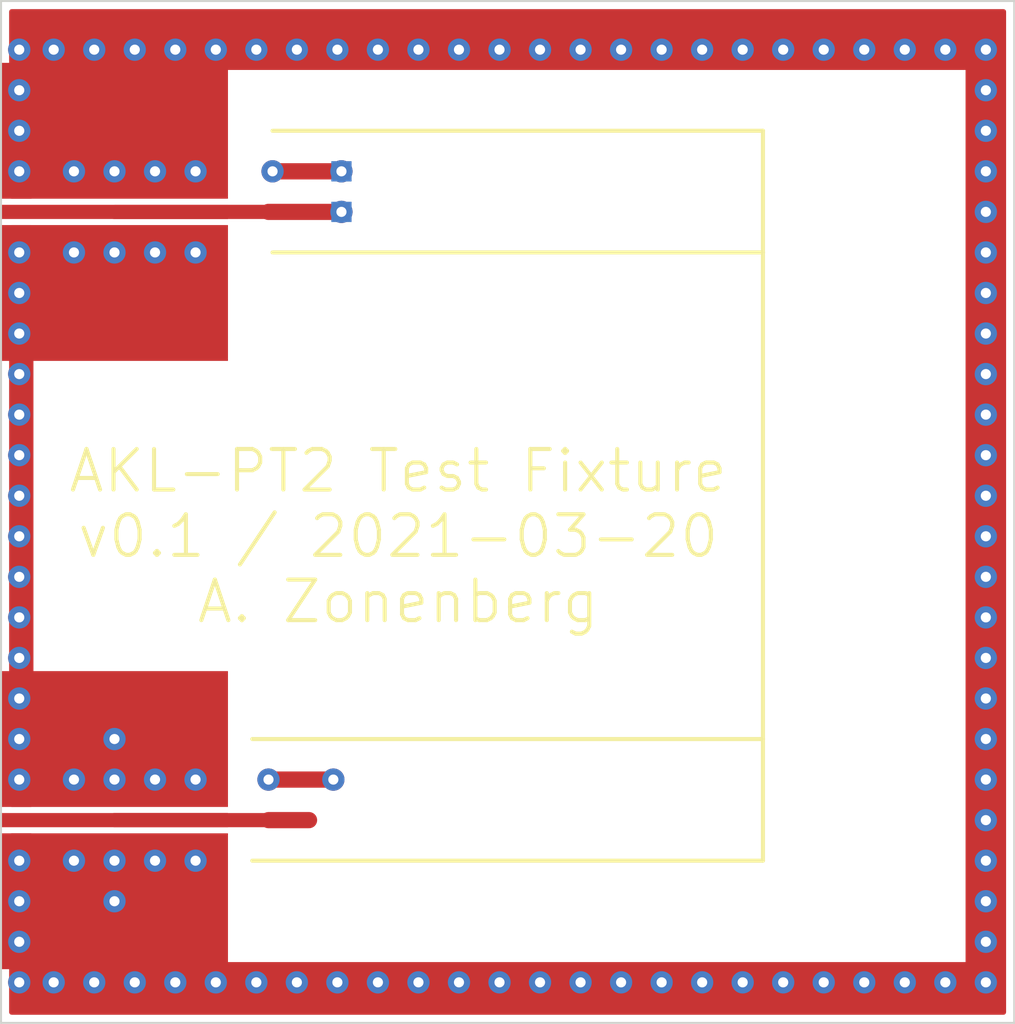
<source format=kicad_pcb>
(kicad_pcb (version 20171130) (host pcbnew "(5.1.4)")

  (general
    (thickness 1.6)
    (drawings 10)
    (tracks 241)
    (zones 0)
    (modules 3)
    (nets 4)
  )

  (page A4)
  (layers
    (0 F.Cu signal)
    (1 In1.Cu signal)
    (2 In2.Cu signal)
    (31 B.Cu signal)
    (32 B.Adhes user)
    (33 F.Adhes user)
    (34 B.Paste user)
    (35 F.Paste user)
    (36 B.SilkS user)
    (37 F.SilkS user)
    (38 B.Mask user)
    (39 F.Mask user)
    (40 Dwgs.User user)
    (41 Cmts.User user)
    (42 Eco1.User user)
    (43 Eco2.User user)
    (44 Edge.Cuts user)
    (45 Margin user)
    (46 B.CrtYd user)
    (47 F.CrtYd user)
    (48 B.Fab user)
    (49 F.Fab user)
  )

  (setup
    (last_trace_width 0.4)
    (user_trace_width 0.35)
    (user_trace_width 0.4)
    (trace_clearance 0.15)
    (zone_clearance 0.125)
    (zone_45_only no)
    (trace_min 0.125)
    (via_size 0.55)
    (via_drill 0.25)
    (via_min_size 0.55)
    (via_min_drill 0.25)
    (user_via 0.55 0.25)
    (uvia_size 0.3)
    (uvia_drill 0.1)
    (uvias_allowed no)
    (uvia_min_size 0.2)
    (uvia_min_drill 0.1)
    (edge_width 0.05)
    (segment_width 0.2)
    (pcb_text_width 0.3)
    (pcb_text_size 1.5 1.5)
    (mod_edge_width 0.1)
    (mod_text_size 1 1)
    (mod_text_width 0.1)
    (pad_size 5.6 3.35)
    (pad_drill 0)
    (pad_to_mask_clearance 0.051)
    (solder_mask_min_width 0.25)
    (aux_axis_origin 0 0)
    (visible_elements FFFFFF7F)
    (pcbplotparams
      (layerselection 0x010fc_ffffffff)
      (usegerberextensions false)
      (usegerberattributes false)
      (usegerberadvancedattributes false)
      (creategerberjobfile false)
      (excludeedgelayer true)
      (linewidth 0.100000)
      (plotframeref false)
      (viasonmask false)
      (mode 1)
      (useauxorigin false)
      (hpglpennumber 1)
      (hpglpenspeed 20)
      (hpglpendiameter 15.000000)
      (psnegative false)
      (psa4output false)
      (plotreference true)
      (plotvalue true)
      (plotinvisibletext false)
      (padsonsilk false)
      (subtractmaskfromsilk false)
      (outputformat 1)
      (mirror false)
      (drillshape 0)
      (scaleselection 1)
      (outputdirectory "output/"))
  )

  (net 0 "")
  (net 1 /GND)
  (net 2 /SIG_TERM)
  (net 3 /SIG_UNTERM)

  (net_class Default "This is the default net class."
    (clearance 0.15)
    (trace_width 0.125)
    (via_dia 0.55)
    (via_drill 0.25)
    (uvia_dia 0.3)
    (uvia_drill 0.1)
    (add_net /GND)
    (add_net /SIG_TERM)
    (add_net /SIG_UNTERM)
  )

  (module azonenberg_pcb:EIA_0402_RES_NOSILK_FLIPCHIP (layer B.Cu) (tedit 600C4855) (tstamp 60565D32)
    (at 37.6 36.5 90)
    (path /60565D97)
    (solder_paste_margin -0.06)
    (fp_text reference R1 (at 0 -1.5 90) (layer B.SilkS) hide
      (effects (font (size 1 1) (thickness 0.15)) (justify mirror))
    )
    (fp_text value FC0402E50R0BTT0 (at 0 -3.5 90) (layer B.SilkS) hide
      (effects (font (size 1 1) (thickness 0.15)) (justify mirror))
    )
    (pad 1 smd rect (at -0.5 0 90) (size 0.5 0.5) (layers B.Cu B.Paste B.Mask)
      (net 2 /SIG_TERM))
    (pad 2 smd rect (at 0.5 0 90) (size 0.5 0.5) (layers B.Cu B.Paste B.Mask)
      (net 1 /GND))
    (model :walter:smd_resistors/r_0402.wrl
      (at (xyz 0 0 0))
      (scale (xyz 1 1 1))
      (rotate (xyz 0 0 0))
    )
  )

  (module azonenberg_pcb:CONN_SMA_EDGE_AMPHENOL_901_10511_3 (layer F.Cu) (tedit 605658BB) (tstamp 60565D2C)
    (at 32 52)
    (path /60566584)
    (fp_text reference J2 (at 0 6.1) (layer F.SilkS) hide
      (effects (font (size 1 1) (thickness 0.15)))
    )
    (fp_text value 901-10511-3 (at 0 7.5) (layer F.Fab) hide
      (effects (font (size 1 1) (thickness 0.15)))
    )
    (fp_line (start -2.8 -3.65) (end -2.8 3.65) (layer Dwgs.User) (width 0.05))
    (pad ~ smd rect (at -2.05 0) (size 1.5 0.3) (layers F.Paste))
    (pad 2 smd rect (at 0 2) (size 5.6 3.35) (layers F.Cu F.Paste F.Mask)
      (net 1 /GND))
    (pad 2 smd rect (at 0 -2) (size 5.6 3.35) (layers F.Cu F.Paste F.Mask)
      (net 1 /GND))
    (pad 1 smd rect (at 0 0) (size 5.6 0.35) (layers F.Cu F.Mask)
      (net 3 /SIG_UNTERM))
    (model :datasheets:Amphenol/SMA/901-10511-3.step
      (offset (xyz -12 0 0))
      (scale (xyz 1 1 1))
      (rotate (xyz 90 0 0))
    )
  )

  (module azonenberg_pcb:CONN_SMA_EDGE_AMPHENOL_901_10511_3 (layer F.Cu) (tedit 60565895) (tstamp 60565D23)
    (at 32 37)
    (path /6056562C)
    (fp_text reference J1 (at 0 6.1) (layer F.SilkS) hide
      (effects (font (size 1 1) (thickness 0.15)))
    )
    (fp_text value 901-10511-3 (at 0 7.5) (layer F.Fab) hide
      (effects (font (size 1 1) (thickness 0.15)))
    )
    (fp_line (start -2.8 -3.65) (end -2.8 3.65) (layer Dwgs.User) (width 0.05))
    (pad ~ smd rect (at -2.05 0) (size 1.5 0.3) (layers F.Paste))
    (pad 2 smd rect (at 0 2) (size 5.6 3.35) (layers F.Cu F.Paste F.Mask)
      (net 1 /GND))
    (pad 2 smd rect (at 0 -2) (size 5.6 3.35) (layers F.Cu F.Paste F.Mask)
      (net 1 /GND))
    (pad 1 smd rect (at 0 0) (size 5.6 0.35) (layers F.Cu F.Mask)
      (net 2 /SIG_TERM))
    (model :datasheets:Amphenol/SMA/901-10511-3.step
      (offset (xyz -12 0 0))
      (scale (xyz 1 1 1))
      (rotate (xyz 90 0 0))
    )
  )

  (gr_text "AKL-PT2 Test Fixture\nv0.1 / 2021-03-20\nA. Zonenberg" (at 39 45) (layer F.SilkS)
    (effects (font (size 1 1) (thickness 0.1)))
  )
  (gr_line (start 48 35) (end 48 53) (layer F.SilkS) (width 0.1))
  (gr_line (start 35.4 53) (end 48 53) (layer F.SilkS) (width 0.1))
  (gr_line (start 35.4 50) (end 48 50) (layer F.SilkS) (width 0.1))
  (gr_line (start 35.9 38) (end 48 38) (layer F.SilkS) (width 0.1))
  (gr_line (start 48 35) (end 35.9 35) (layer F.SilkS) (width 0.1))
  (gr_line (start 54.2 31.8) (end 29.2 31.8) (layer Edge.Cuts) (width 0.05) (tstamp 605660D8))
  (gr_line (start 54.2 57) (end 54.2 31.8) (layer Edge.Cuts) (width 0.05))
  (gr_line (start 29.2 57) (end 54.2 57) (layer Edge.Cuts) (width 0.05))
  (gr_line (start 29.2 31.8) (end 29.2 57) (layer Edge.Cuts) (width 0.05))

  (segment (start 32 35) (end 32 39) (width 0.4) (layer In1.Cu) (net 1))
  (via (at 32 50) (size 0.55) (drill 0.25) (layers F.Cu B.Cu) (net 1))
  (segment (start 32 39) (end 32 50) (width 0.4) (layer In1.Cu) (net 1))
  (via (at 32 54) (size 0.55) (drill 0.25) (layers F.Cu B.Cu) (net 1))
  (via (at 35.8 51) (size 0.55) (drill 0.25) (layers F.Cu B.Cu) (net 1))
  (segment (start 35.8 50.6) (end 35.8 51) (width 0.4) (layer In1.Cu) (net 1))
  (segment (start 32 50) (end 35.2 50) (width 0.4) (layer In1.Cu) (net 1))
  (segment (start 35.2 50) (end 35.8 50.6) (width 0.4) (layer In1.Cu) (net 1))
  (via (at 37.4 51) (size 0.55) (drill 0.25) (layers F.Cu B.Cu) (net 1))
  (segment (start 35.8 51) (end 37.4 51) (width 0.4) (layer F.Cu) (net 1))
  (via (at 37.6 36) (size 0.55) (drill 0.25) (layers F.Cu B.Cu) (net 1))
  (via (at 35.9 36) (size 0.55) (drill 0.25) (layers F.Cu B.Cu) (net 1))
  (segment (start 37.6 36) (end 35.9 36) (width 0.4) (layer F.Cu) (net 1))
  (segment (start 33 36) (end 32 35) (width 0.4) (layer In1.Cu) (net 1))
  (segment (start 35.9 36) (end 33 36) (width 0.4) (layer In1.Cu) (net 1))
  (via (at 29.65 35) (size 0.55) (drill 0.25) (layers F.Cu B.Cu) (net 1))
  (segment (start 32 35) (end 29.65 35) (width 0.125) (layer In1.Cu) (net 1))
  (via (at 29.65 36) (size 0.55) (drill 0.25) (layers F.Cu B.Cu) (net 1))
  (segment (start 29.65 35) (end 29.65 36) (width 0.125) (layer F.Cu) (net 1))
  (via (at 29.65 38) (size 0.55) (drill 0.25) (layers F.Cu B.Cu) (net 1))
  (segment (start 29.65 36) (end 29.65 38) (width 0.125) (layer In1.Cu) (net 1))
  (via (at 29.65 39) (size 0.55) (drill 0.25) (layers F.Cu B.Cu) (net 1))
  (segment (start 29.65 38) (end 29.65 39) (width 0.125) (layer F.Cu) (net 1))
  (via (at 29.65 40) (size 0.55) (drill 0.25) (layers F.Cu B.Cu) (net 1))
  (segment (start 29.65 39) (end 29.65 40) (width 0.125) (layer In1.Cu) (net 1))
  (via (at 29.65 41) (size 0.55) (drill 0.25) (layers F.Cu B.Cu) (net 1))
  (segment (start 29.65 40) (end 29.65 41) (width 0.125) (layer F.Cu) (net 1))
  (via (at 29.65 42) (size 0.55) (drill 0.25) (layers F.Cu B.Cu) (net 1))
  (segment (start 29.65 41) (end 29.65 42) (width 0.125) (layer In1.Cu) (net 1))
  (via (at 29.65 43) (size 0.55) (drill 0.25) (layers F.Cu B.Cu) (net 1))
  (segment (start 29.65 42) (end 29.65 43) (width 0.125) (layer F.Cu) (net 1))
  (via (at 29.65 44) (size 0.55) (drill 0.25) (layers F.Cu B.Cu) (net 1))
  (segment (start 29.65 43) (end 29.65 44) (width 0.125) (layer In1.Cu) (net 1))
  (via (at 29.65 45) (size 0.55) (drill 0.25) (layers F.Cu B.Cu) (net 1))
  (segment (start 29.65 44) (end 29.65 45) (width 0.125) (layer F.Cu) (net 1))
  (via (at 29.65 46) (size 0.55) (drill 0.25) (layers F.Cu B.Cu) (net 1))
  (segment (start 29.65 45) (end 29.65 46) (width 0.125) (layer In1.Cu) (net 1))
  (via (at 29.65 47) (size 0.55) (drill 0.25) (layers F.Cu B.Cu) (net 1))
  (segment (start 29.65 46) (end 29.65 47) (width 0.125) (layer F.Cu) (net 1))
  (via (at 29.65 48) (size 0.55) (drill 0.25) (layers F.Cu B.Cu) (net 1))
  (segment (start 29.65 47) (end 29.65 48) (width 0.125) (layer In1.Cu) (net 1))
  (via (at 29.65 49) (size 0.55) (drill 0.25) (layers F.Cu B.Cu) (net 1))
  (segment (start 29.65 48) (end 29.65 49) (width 0.125) (layer F.Cu) (net 1))
  (via (at 29.65 50) (size 0.55) (drill 0.25) (layers F.Cu B.Cu) (net 1))
  (segment (start 29.65 49) (end 29.65 50) (width 0.125) (layer In1.Cu) (net 1))
  (via (at 29.65 51) (size 0.55) (drill 0.25) (layers F.Cu B.Cu) (net 1))
  (segment (start 29.65 50) (end 29.65 51) (width 0.125) (layer F.Cu) (net 1))
  (via (at 29.65 53) (size 0.55) (drill 0.25) (layers F.Cu B.Cu) (net 1))
  (segment (start 29.65 51) (end 29.65 53) (width 0.125) (layer In1.Cu) (net 1))
  (via (at 29.65 54) (size 0.55) (drill 0.25) (layers F.Cu B.Cu) (net 1))
  (segment (start 29.65 53) (end 29.65 54) (width 0.125) (layer F.Cu) (net 1))
  (via (at 29.65 55) (size 0.55) (drill 0.25) (layers F.Cu B.Cu) (net 1))
  (segment (start 29.65 54) (end 29.65 55) (width 0.125) (layer In1.Cu) (net 1))
  (via (at 29.65 56) (size 0.55) (drill 0.25) (layers F.Cu B.Cu) (net 1))
  (segment (start 29.65 55) (end 29.65 56) (width 0.125) (layer F.Cu) (net 1))
  (via (at 30.5 56) (size 0.55) (drill 0.25) (layers F.Cu B.Cu) (net 1))
  (segment (start 29.65 56) (end 30.5 56) (width 0.125) (layer In1.Cu) (net 1))
  (via (at 31.5 56) (size 0.55) (drill 0.25) (layers F.Cu B.Cu) (net 1))
  (segment (start 30.5 56) (end 31.5 56) (width 0.125) (layer F.Cu) (net 1))
  (via (at 32.5 56) (size 0.55) (drill 0.25) (layers F.Cu B.Cu) (net 1))
  (segment (start 31.5 56) (end 32.5 56) (width 0.125) (layer In1.Cu) (net 1))
  (via (at 33.5 56) (size 0.55) (drill 0.25) (layers F.Cu B.Cu) (net 1))
  (segment (start 32.5 56) (end 33.5 56) (width 0.125) (layer F.Cu) (net 1))
  (via (at 34.5 56) (size 0.55) (drill 0.25) (layers F.Cu B.Cu) (net 1))
  (segment (start 33.5 56) (end 34.5 56) (width 0.125) (layer In1.Cu) (net 1))
  (via (at 35.5 56) (size 0.55) (drill 0.25) (layers F.Cu B.Cu) (net 1))
  (segment (start 34.5 56) (end 35.5 56) (width 0.125) (layer F.Cu) (net 1))
  (via (at 36.5 56) (size 0.55) (drill 0.25) (layers F.Cu B.Cu) (net 1))
  (segment (start 35.5 56) (end 36.5 56) (width 0.125) (layer In1.Cu) (net 1))
  (via (at 37.5 56) (size 0.55) (drill 0.25) (layers F.Cu B.Cu) (net 1))
  (segment (start 36.5 56) (end 37.5 56) (width 0.125) (layer F.Cu) (net 1))
  (via (at 38.5 56) (size 0.55) (drill 0.25) (layers F.Cu B.Cu) (net 1))
  (segment (start 37.5 56) (end 38.5 56) (width 0.125) (layer In1.Cu) (net 1))
  (via (at 39.5 56) (size 0.55) (drill 0.25) (layers F.Cu B.Cu) (net 1))
  (segment (start 38.5 56) (end 39.5 56) (width 0.125) (layer F.Cu) (net 1))
  (via (at 40.5 56) (size 0.55) (drill 0.25) (layers F.Cu B.Cu) (net 1))
  (segment (start 39.5 56) (end 40.5 56) (width 0.125) (layer In1.Cu) (net 1))
  (via (at 41.5 56) (size 0.55) (drill 0.25) (layers F.Cu B.Cu) (net 1))
  (segment (start 40.5 56) (end 41.5 56) (width 0.125) (layer F.Cu) (net 1))
  (via (at 42.5 56) (size 0.55) (drill 0.25) (layers F.Cu B.Cu) (net 1))
  (segment (start 41.5 56) (end 42.5 56) (width 0.125) (layer In1.Cu) (net 1))
  (via (at 43.5 56) (size 0.55) (drill 0.25) (layers F.Cu B.Cu) (net 1))
  (segment (start 42.5 56) (end 43.5 56) (width 0.125) (layer F.Cu) (net 1))
  (via (at 44.5 56) (size 0.55) (drill 0.25) (layers F.Cu B.Cu) (net 1))
  (segment (start 43.5 56) (end 44.5 56) (width 0.125) (layer In1.Cu) (net 1))
  (via (at 45.5 56) (size 0.55) (drill 0.25) (layers F.Cu B.Cu) (net 1))
  (segment (start 44.5 56) (end 45.5 56) (width 0.125) (layer F.Cu) (net 1))
  (via (at 46.5 56) (size 0.55) (drill 0.25) (layers F.Cu B.Cu) (net 1))
  (segment (start 45.5 56) (end 46.5 56) (width 0.125) (layer In1.Cu) (net 1))
  (via (at 47.5 56) (size 0.55) (drill 0.25) (layers F.Cu B.Cu) (net 1))
  (segment (start 46.5 56) (end 47.5 56) (width 0.125) (layer F.Cu) (net 1))
  (via (at 48.5 56) (size 0.55) (drill 0.25) (layers F.Cu B.Cu) (net 1))
  (segment (start 47.5 56) (end 48.5 56) (width 0.125) (layer In1.Cu) (net 1))
  (via (at 49.5 56) (size 0.55) (drill 0.25) (layers F.Cu B.Cu) (net 1))
  (segment (start 48.5 56) (end 49.5 56) (width 0.125) (layer F.Cu) (net 1))
  (via (at 50.5 56) (size 0.55) (drill 0.25) (layers F.Cu B.Cu) (net 1))
  (segment (start 49.5 56) (end 50.5 56) (width 0.125) (layer In1.Cu) (net 1))
  (via (at 51.5 56) (size 0.55) (drill 0.25) (layers F.Cu B.Cu) (net 1))
  (segment (start 50.5 56) (end 51.5 56) (width 0.125) (layer F.Cu) (net 1))
  (via (at 52.5 56) (size 0.55) (drill 0.25) (layers F.Cu B.Cu) (net 1))
  (segment (start 51.5 56) (end 52.5 56) (width 0.125) (layer In1.Cu) (net 1))
  (via (at 53.5 56) (size 0.55) (drill 0.25) (layers F.Cu B.Cu) (net 1))
  (segment (start 52.5 56) (end 53.5 56) (width 0.125) (layer F.Cu) (net 1))
  (via (at 53.5 55) (size 0.55) (drill 0.25) (layers F.Cu B.Cu) (net 1))
  (segment (start 53.5 56) (end 53.5 55) (width 0.125) (layer In1.Cu) (net 1))
  (via (at 53.5 54) (size 0.55) (drill 0.25) (layers F.Cu B.Cu) (net 1))
  (segment (start 53.5 55) (end 53.5 54) (width 0.125) (layer F.Cu) (net 1))
  (via (at 53.5 53) (size 0.55) (drill 0.25) (layers F.Cu B.Cu) (net 1))
  (segment (start 53.5 54) (end 53.5 53) (width 0.125) (layer In1.Cu) (net 1))
  (via (at 53.5 52) (size 0.55) (drill 0.25) (layers F.Cu B.Cu) (net 1))
  (segment (start 53.5 53) (end 53.5 52) (width 0.125) (layer F.Cu) (net 1))
  (via (at 53.5 51) (size 0.55) (drill 0.25) (layers F.Cu B.Cu) (net 1))
  (segment (start 53.5 52) (end 53.5 51) (width 0.125) (layer In1.Cu) (net 1))
  (via (at 53.5 50) (size 0.55) (drill 0.25) (layers F.Cu B.Cu) (net 1))
  (segment (start 53.5 51) (end 53.5 50) (width 0.125) (layer F.Cu) (net 1))
  (via (at 53.5 49) (size 0.55) (drill 0.25) (layers F.Cu B.Cu) (net 1))
  (segment (start 53.5 50) (end 53.5 49) (width 0.125) (layer In1.Cu) (net 1))
  (via (at 53.5 48) (size 0.55) (drill 0.25) (layers F.Cu B.Cu) (net 1))
  (segment (start 53.5 49) (end 53.5 48) (width 0.125) (layer F.Cu) (net 1))
  (via (at 53.5 47) (size 0.55) (drill 0.25) (layers F.Cu B.Cu) (net 1))
  (segment (start 53.5 48) (end 53.5 47) (width 0.125) (layer In1.Cu) (net 1))
  (via (at 53.5 46) (size 0.55) (drill 0.25) (layers F.Cu B.Cu) (net 1))
  (segment (start 53.5 47) (end 53.5 46) (width 0.125) (layer F.Cu) (net 1))
  (via (at 53.5 45) (size 0.55) (drill 0.25) (layers F.Cu B.Cu) (net 1))
  (segment (start 53.5 46) (end 53.5 45) (width 0.125) (layer F.Cu) (net 1))
  (via (at 53.5 44) (size 0.55) (drill 0.25) (layers F.Cu B.Cu) (net 1))
  (segment (start 53.5 45) (end 53.5 44) (width 0.125) (layer In1.Cu) (net 1))
  (via (at 53.5 43) (size 0.55) (drill 0.25) (layers F.Cu B.Cu) (net 1))
  (segment (start 53.5 44) (end 53.5 43) (width 0.125) (layer F.Cu) (net 1))
  (via (at 53.5 42) (size 0.55) (drill 0.25) (layers F.Cu B.Cu) (net 1))
  (segment (start 53.5 43) (end 53.5 42) (width 0.125) (layer F.Cu) (net 1))
  (via (at 53.5 41) (size 0.55) (drill 0.25) (layers F.Cu B.Cu) (net 1))
  (segment (start 53.5 42) (end 53.5 41) (width 0.125) (layer In1.Cu) (net 1))
  (via (at 53.5 40) (size 0.55) (drill 0.25) (layers F.Cu B.Cu) (net 1))
  (segment (start 53.5 41) (end 53.5 40) (width 0.125) (layer F.Cu) (net 1))
  (via (at 53.5 39) (size 0.55) (drill 0.25) (layers F.Cu B.Cu) (net 1))
  (segment (start 53.5 40) (end 53.5 39) (width 0.125) (layer In1.Cu) (net 1))
  (via (at 53.5 38) (size 0.55) (drill 0.25) (layers F.Cu B.Cu) (net 1))
  (segment (start 53.5 39) (end 53.5 38) (width 0.125) (layer F.Cu) (net 1))
  (via (at 53.5 37) (size 0.55) (drill 0.25) (layers F.Cu B.Cu) (net 1))
  (segment (start 53.5 38) (end 53.5 37) (width 0.125) (layer In1.Cu) (net 1))
  (via (at 53.5 36) (size 0.55) (drill 0.25) (layers F.Cu B.Cu) (net 1))
  (segment (start 53.5 37) (end 53.5 36) (width 0.125) (layer F.Cu) (net 1))
  (via (at 53.5 35) (size 0.55) (drill 0.25) (layers F.Cu B.Cu) (net 1))
  (segment (start 53.5 36) (end 53.5 35) (width 0.125) (layer In1.Cu) (net 1))
  (via (at 53.5 34) (size 0.55) (drill 0.25) (layers F.Cu B.Cu) (net 1))
  (segment (start 53.5 35) (end 53.5 34) (width 0.125) (layer F.Cu) (net 1))
  (via (at 53.5 33) (size 0.55) (drill 0.25) (layers F.Cu B.Cu) (net 1))
  (segment (start 53.5 34) (end 53.5 33) (width 0.125) (layer In1.Cu) (net 1))
  (via (at 52.5 33) (size 0.55) (drill 0.25) (layers F.Cu B.Cu) (net 1))
  (segment (start 53.5 33) (end 52.5 33) (width 0.125) (layer F.Cu) (net 1))
  (via (at 51.5 33) (size 0.55) (drill 0.25) (layers F.Cu B.Cu) (net 1))
  (segment (start 52.5 33) (end 51.5 33) (width 0.125) (layer In1.Cu) (net 1))
  (via (at 50.5 33) (size 0.55) (drill 0.25) (layers F.Cu B.Cu) (net 1))
  (segment (start 51.5 33) (end 50.5 33) (width 0.125) (layer F.Cu) (net 1))
  (via (at 49.5 33) (size 0.55) (drill 0.25) (layers F.Cu B.Cu) (net 1))
  (segment (start 50.5 33) (end 49.5 33) (width 0.125) (layer In1.Cu) (net 1))
  (via (at 48.5 33) (size 0.55) (drill 0.25) (layers F.Cu B.Cu) (net 1))
  (segment (start 49.5 33) (end 48.5 33) (width 0.125) (layer F.Cu) (net 1))
  (via (at 47.5 33) (size 0.55) (drill 0.25) (layers F.Cu B.Cu) (net 1))
  (segment (start 48.5 33) (end 47.5 33) (width 0.125) (layer In1.Cu) (net 1))
  (via (at 46.5 33) (size 0.55) (drill 0.25) (layers F.Cu B.Cu) (net 1))
  (segment (start 47.5 33) (end 46.5 33) (width 0.125) (layer F.Cu) (net 1))
  (via (at 45.5 33) (size 0.55) (drill 0.25) (layers F.Cu B.Cu) (net 1))
  (segment (start 46.5 33) (end 45.5 33) (width 0.125) (layer In1.Cu) (net 1))
  (via (at 44.5 33) (size 0.55) (drill 0.25) (layers F.Cu B.Cu) (net 1))
  (segment (start 45.5 33) (end 44.5 33) (width 0.125) (layer F.Cu) (net 1))
  (via (at 43.5 33) (size 0.55) (drill 0.25) (layers F.Cu B.Cu) (net 1))
  (segment (start 44.5 33) (end 43.5 33) (width 0.125) (layer In1.Cu) (net 1))
  (via (at 42.5 33) (size 0.55) (drill 0.25) (layers F.Cu B.Cu) (net 1))
  (segment (start 43.5 33) (end 42.5 33) (width 0.125) (layer F.Cu) (net 1))
  (via (at 41.5 33) (size 0.55) (drill 0.25) (layers F.Cu B.Cu) (net 1))
  (segment (start 42.5 33) (end 41.5 33) (width 0.125) (layer In1.Cu) (net 1))
  (via (at 40.5 33) (size 0.55) (drill 0.25) (layers F.Cu B.Cu) (net 1))
  (segment (start 41.5 33) (end 40.5 33) (width 0.125) (layer F.Cu) (net 1))
  (via (at 39.5 33) (size 0.55) (drill 0.25) (layers F.Cu B.Cu) (net 1))
  (segment (start 40.5 33) (end 39.5 33) (width 0.125) (layer In1.Cu) (net 1))
  (via (at 38.5 33) (size 0.55) (drill 0.25) (layers F.Cu B.Cu) (net 1))
  (segment (start 39.5 33) (end 38.5 33) (width 0.125) (layer F.Cu) (net 1))
  (via (at 37.5 33) (size 0.55) (drill 0.25) (layers F.Cu B.Cu) (net 1))
  (segment (start 38.5 33) (end 37.5 33) (width 0.125) (layer In1.Cu) (net 1))
  (via (at 36.5 33) (size 0.55) (drill 0.25) (layers F.Cu B.Cu) (net 1))
  (segment (start 37.5 33) (end 36.5 33) (width 0.125) (layer F.Cu) (net 1))
  (via (at 35.5 33) (size 0.55) (drill 0.25) (layers F.Cu B.Cu) (net 1))
  (segment (start 36.5 33) (end 35.5 33) (width 0.125) (layer In1.Cu) (net 1))
  (via (at 34.5 33) (size 0.55) (drill 0.25) (layers F.Cu B.Cu) (net 1))
  (segment (start 35.5 33) (end 34.5 33) (width 0.125) (layer F.Cu) (net 1))
  (via (at 33.5 33) (size 0.55) (drill 0.25) (layers F.Cu B.Cu) (net 1))
  (segment (start 34.5 33) (end 33.5 33) (width 0.125) (layer In1.Cu) (net 1))
  (via (at 32.5 33) (size 0.55) (drill 0.25) (layers F.Cu B.Cu) (net 1))
  (segment (start 33.5 33) (end 32.5 33) (width 0.125) (layer F.Cu) (net 1))
  (via (at 31.5 33) (size 0.55) (drill 0.25) (layers F.Cu B.Cu) (net 1))
  (segment (start 32.5 33) (end 31.5 33) (width 0.125) (layer In1.Cu) (net 1))
  (via (at 30.5 33) (size 0.55) (drill 0.25) (layers F.Cu B.Cu) (net 1))
  (segment (start 31.5 33) (end 30.5 33) (width 0.125) (layer F.Cu) (net 1))
  (via (at 29.65 33) (size 0.55) (drill 0.25) (layers F.Cu B.Cu) (net 1))
  (segment (start 30.5 33) (end 29.65 33) (width 0.125) (layer In1.Cu) (net 1))
  (via (at 29.65 34) (size 0.55) (drill 0.25) (layers F.Cu B.Cu) (net 1))
  (segment (start 29.65 33) (end 29.65 34) (width 0.125) (layer F.Cu) (net 1))
  (segment (start 29.65 34) (end 29.65 35) (width 0.125) (layer In1.Cu) (net 1))
  (via (at 31 36) (size 0.55) (drill 0.25) (layers F.Cu B.Cu) (net 1))
  (segment (start 29.65 36) (end 31 36) (width 0.125) (layer In1.Cu) (net 1))
  (via (at 32 36) (size 0.55) (drill 0.25) (layers F.Cu B.Cu) (net 1))
  (segment (start 31 36) (end 32 36) (width 0.125) (layer F.Cu) (net 1))
  (via (at 33 36) (size 0.55) (drill 0.25) (layers F.Cu B.Cu) (net 1))
  (segment (start 32 36) (end 33 36) (width 0.125) (layer In1.Cu) (net 1))
  (via (at 34 36) (size 0.55) (drill 0.25) (layers F.Cu B.Cu) (net 1))
  (segment (start 32 35) (end 33 35) (width 0.125) (layer F.Cu) (net 1))
  (segment (start 33 35) (end 34 36) (width 0.125) (layer F.Cu) (net 1))
  (via (at 31 38) (size 0.55) (drill 0.25) (layers F.Cu B.Cu) (net 1))
  (segment (start 29.65 38) (end 31 38) (width 0.125) (layer In1.Cu) (net 1))
  (via (at 32 38) (size 0.55) (drill 0.25) (layers F.Cu B.Cu) (net 1))
  (segment (start 31 38) (end 32 38) (width 0.125) (layer F.Cu) (net 1))
  (via (at 33 38) (size 0.55) (drill 0.25) (layers F.Cu B.Cu) (net 1))
  (segment (start 32 38) (end 33 38) (width 0.125) (layer In1.Cu) (net 1))
  (via (at 34 38) (size 0.55) (drill 0.25) (layers F.Cu B.Cu) (net 1))
  (segment (start 33 38) (end 34 38) (width 0.125) (layer F.Cu) (net 1))
  (via (at 31 51) (size 0.55) (drill 0.25) (layers F.Cu B.Cu) (net 1))
  (segment (start 29.65 51) (end 31 51) (width 0.125) (layer In1.Cu) (net 1))
  (via (at 32 51) (size 0.55) (drill 0.25) (layers F.Cu B.Cu) (net 1))
  (segment (start 31 51) (end 32 51) (width 0.125) (layer F.Cu) (net 1))
  (via (at 33 51) (size 0.55) (drill 0.25) (layers F.Cu B.Cu) (net 1))
  (segment (start 32 51) (end 33 51) (width 0.125) (layer In1.Cu) (net 1))
  (via (at 34 51) (size 0.55) (drill 0.25) (layers F.Cu B.Cu) (net 1))
  (segment (start 33 51) (end 34 51) (width 0.125) (layer F.Cu) (net 1))
  (via (at 34 53) (size 0.55) (drill 0.25) (layers F.Cu B.Cu) (net 1))
  (segment (start 34 51) (end 34 53) (width 0.125) (layer In1.Cu) (net 1))
  (via (at 33 53) (size 0.55) (drill 0.25) (layers F.Cu B.Cu) (net 1))
  (segment (start 34 53) (end 33 53) (width 0.125) (layer F.Cu) (net 1))
  (via (at 32 53) (size 0.55) (drill 0.25) (layers F.Cu B.Cu) (net 1))
  (segment (start 33 53) (end 32 53) (width 0.125) (layer In1.Cu) (net 1))
  (segment (start 32 50) (end 32 53) (width 0.4) (layer In1.Cu) (net 1))
  (segment (start 32 53) (end 32 54) (width 0.4) (layer In1.Cu) (net 1))
  (via (at 31 53) (size 0.55) (drill 0.25) (layers F.Cu B.Cu) (net 1))
  (segment (start 32 53) (end 31 53) (width 0.125) (layer In1.Cu) (net 1))
  (segment (start 31 53) (end 30 53) (width 0.125) (layer F.Cu) (net 1))
  (segment (start 32 37) (end 35.8 37) (width 0.35) (layer F.Cu) (net 2))
  (segment (start 35.8 37) (end 37.4 37) (width 0.4) (layer F.Cu) (net 2))
  (via (at 37.6 37) (size 0.55) (drill 0.25) (layers F.Cu B.Cu) (net 2))
  (segment (start 32 52) (end 35.8 52) (width 0.35) (layer F.Cu) (net 3))
  (segment (start 35.8 52) (end 36.8 52) (width 0.4) (layer F.Cu) (net 3))

  (zone (net 1) (net_name /GND) (layer In1.Cu) (tstamp 605669BC) (hatch edge 0.508)
    (connect_pads yes (clearance 0.125))
    (min_thickness 0.125)
    (fill yes (arc_segments 32) (thermal_gap 0.508) (thermal_bridge_width 0.508))
    (polygon
      (pts
        (xy 29.4 32) (xy 29.4 56.8) (xy 54 56.8) (xy 54 32)
      )
    )
    (filled_polygon
      (pts
        (xy 53.9375 56.7375) (xy 29.4625 56.7375) (xy 29.4625 36.951985) (xy 37.1125 36.951985) (xy 37.1125 37.048015)
        (xy 37.131234 37.142199) (xy 37.167983 37.230918) (xy 37.221334 37.310763) (xy 37.289237 37.378666) (xy 37.369082 37.432017)
        (xy 37.457801 37.468766) (xy 37.551985 37.4875) (xy 37.648015 37.4875) (xy 37.742199 37.468766) (xy 37.830918 37.432017)
        (xy 37.910763 37.378666) (xy 37.978666 37.310763) (xy 38.032017 37.230918) (xy 38.068766 37.142199) (xy 38.0875 37.048015)
        (xy 38.0875 36.951985) (xy 38.068766 36.857801) (xy 38.032017 36.769082) (xy 37.978666 36.689237) (xy 37.910763 36.621334)
        (xy 37.830918 36.567983) (xy 37.742199 36.531234) (xy 37.648015 36.5125) (xy 37.551985 36.5125) (xy 37.457801 36.531234)
        (xy 37.369082 36.567983) (xy 37.289237 36.621334) (xy 37.221334 36.689237) (xy 37.167983 36.769082) (xy 37.131234 36.857801)
        (xy 37.1125 36.951985) (xy 29.4625 36.951985) (xy 29.4625 32.0625) (xy 53.9375 32.0625)
      )
    )
  )
  (zone (net 1) (net_name /GND) (layer In2.Cu) (tstamp 605669B9) (hatch edge 0.508)
    (connect_pads yes (clearance 0.125))
    (min_thickness 0.125)
    (fill yes (arc_segments 32) (thermal_gap 0.508) (thermal_bridge_width 0.508))
    (polygon
      (pts
        (xy 29.4 32) (xy 29.4 56.8) (xy 54 56.8) (xy 54 32)
      )
    )
    (filled_polygon
      (pts
        (xy 53.9375 56.7375) (xy 29.4625 56.7375) (xy 29.4625 36.951985) (xy 37.1125 36.951985) (xy 37.1125 37.048015)
        (xy 37.131234 37.142199) (xy 37.167983 37.230918) (xy 37.221334 37.310763) (xy 37.289237 37.378666) (xy 37.369082 37.432017)
        (xy 37.457801 37.468766) (xy 37.551985 37.4875) (xy 37.648015 37.4875) (xy 37.742199 37.468766) (xy 37.830918 37.432017)
        (xy 37.910763 37.378666) (xy 37.978666 37.310763) (xy 38.032017 37.230918) (xy 38.068766 37.142199) (xy 38.0875 37.048015)
        (xy 38.0875 36.951985) (xy 38.068766 36.857801) (xy 38.032017 36.769082) (xy 37.978666 36.689237) (xy 37.910763 36.621334)
        (xy 37.830918 36.567983) (xy 37.742199 36.531234) (xy 37.648015 36.5125) (xy 37.551985 36.5125) (xy 37.457801 36.531234)
        (xy 37.369082 36.567983) (xy 37.289237 36.621334) (xy 37.221334 36.689237) (xy 37.167983 36.769082) (xy 37.131234 36.857801)
        (xy 37.1125 36.951985) (xy 29.4625 36.951985) (xy 29.4625 32.0625) (xy 53.9375 32.0625)
      )
    )
  )
  (zone (net 0) (net_name "") (layer F.Mask) (tstamp 605669B6) (hatch edge 0.508)
    (connect_pads (clearance 0.508))
    (min_thickness 0.254)
    (fill yes (arc_segments 32) (thermal_gap 0.508) (thermal_bridge_width 0.508))
    (polygon
      (pts
        (xy 37.2 35.4) (xy 37.2 37.6) (xy 36.2 37.6) (xy 36.2 35.4)
      )
    )
    (filled_polygon
      (pts
        (xy 37.073 37.473) (xy 36.327 37.473) (xy 36.327 35.527) (xy 37.073 35.527)
      )
    )
  )
  (zone (net 0) (net_name "") (layer F.Mask) (tstamp 605669B3) (hatch edge 0.508)
    (connect_pads (clearance 0.508))
    (min_thickness 0.254)
    (fill yes (arc_segments 32) (thermal_gap 0.508) (thermal_bridge_width 0.508))
    (polygon
      (pts
        (xy 35.2 36.4) (xy 29.2 36.4) (xy 29.2 37.6) (xy 35.2 37.6)
      )
    )
    (filled_polygon
      (pts
        (xy 35.073 37.473) (xy 29.327 37.473) (xy 29.327 36.527) (xy 35.073 36.527)
      )
    )
  )
  (zone (net 0) (net_name "") (layer F.Mask) (tstamp 605669B0) (hatch edge 0.508)
    (connect_pads (clearance 0.508))
    (min_thickness 0.254)
    (fill yes (arc_segments 32) (thermal_gap 0.508) (thermal_bridge_width 0.508))
    (polygon
      (pts
        (xy 29.2 51.4) (xy 35.2 51.4) (xy 35.2 52.6) (xy 29.2 52.6)
      )
    )
    (filled_polygon
      (pts
        (xy 35.073 52.473) (xy 29.327 52.473) (xy 29.327 51.527) (xy 35.073 51.527)
      )
    )
  )
  (zone (net 0) (net_name "") (layer F.Mask) (tstamp 605669AD) (hatch edge 0.508)
    (connect_pads (clearance 0.508))
    (min_thickness 0.254)
    (fill yes (arc_segments 32) (thermal_gap 0.508) (thermal_bridge_width 0.508))
    (polygon
      (pts
        (xy 36.2 50.6) (xy 36.2 52.4) (xy 37.2 52.4) (xy 37.2 50.6)
      )
    )
    (filled_polygon
      (pts
        (xy 37.073 52.273) (xy 36.327 52.273) (xy 36.327 50.727) (xy 37.073 50.727)
      )
    )
  )
  (zone (net 1) (net_name /GND) (layer F.Cu) (tstamp 605669AA) (hatch edge 0.508)
    (connect_pads yes (clearance 0.125))
    (min_thickness 0.125)
    (fill yes (arc_segments 32) (thermal_gap 0.508) (thermal_bridge_width 0.508))
    (polygon
      (pts
        (xy 54 56.8) (xy 29.4 56.8) (xy 29.4 32) (xy 54 32)
      )
    )
    (polygon
      (pts
        (xy 30 33.5) (xy 30 55.5) (xy 53 55.5) (xy 53 33.5)
      )
    )
    (filled_polygon
      (pts
        (xy 53.9375 56.7375) (xy 29.4625 56.7375) (xy 29.4625 52.388528) (xy 29.9375 52.388528) (xy 29.9375 55.5)
        (xy 29.938701 55.512193) (xy 29.942258 55.523918) (xy 29.948033 55.534723) (xy 29.955806 55.544194) (xy 29.965277 55.551967)
        (xy 29.976082 55.557742) (xy 29.987807 55.561299) (xy 30 55.5625) (xy 53 55.5625) (xy 53.012193 55.561299)
        (xy 53.023918 55.557742) (xy 53.034723 55.551967) (xy 53.044194 55.544194) (xy 53.051967 55.534723) (xy 53.057742 55.523918)
        (xy 53.061299 55.512193) (xy 53.0625 55.5) (xy 53.0625 33.5) (xy 53.061299 33.487807) (xy 53.057742 33.476082)
        (xy 53.051967 33.465277) (xy 53.044194 33.455806) (xy 53.034723 33.448033) (xy 53.023918 33.442258) (xy 53.012193 33.438701)
        (xy 53 33.4375) (xy 30 33.4375) (xy 29.987807 33.438701) (xy 29.976082 33.442258) (xy 29.965277 33.448033)
        (xy 29.955806 33.455806) (xy 29.948033 33.465277) (xy 29.942258 33.476082) (xy 29.938701 33.487807) (xy 29.9375 33.5)
        (xy 29.9375 36.611472) (xy 29.4625 36.611472) (xy 29.4625 32.0625) (xy 53.9375 32.0625)
      )
    )
    (filled_polygon
      (pts
        (xy 29.9375 51.611472) (xy 29.4625 51.611472) (xy 29.4625 37.388528) (xy 29.9375 37.388528)
      )
    )
  )
  (zone (net 0) (net_name "") (layer F.Mask) (tstamp 605669A7) (hatch edge 0.508)
    (connect_pads yes (clearance 0.125))
    (min_thickness 0.125)
    (fill yes (arc_segments 32) (thermal_gap 0.508) (thermal_bridge_width 0.508))
    (polygon
      (pts
        (xy 54 56.8) (xy 29.4 56.8) (xy 29.4 32) (xy 54 32)
      )
    )
    (polygon
      (pts
        (xy 30 33.5) (xy 30 55.5) (xy 53 55.5) (xy 53 33.5)
      )
    )
    (filled_polygon
      (pts
        (xy 53.9375 56.7375) (xy 29.4625 56.7375) (xy 29.4625 33.5) (xy 29.9375 33.5) (xy 29.9375 55.5)
        (xy 29.938701 55.512193) (xy 29.942258 55.523918) (xy 29.948033 55.534723) (xy 29.955806 55.544194) (xy 29.965277 55.551967)
        (xy 29.976082 55.557742) (xy 29.987807 55.561299) (xy 30 55.5625) (xy 53 55.5625) (xy 53.012193 55.561299)
        (xy 53.023918 55.557742) (xy 53.034723 55.551967) (xy 53.044194 55.544194) (xy 53.051967 55.534723) (xy 53.057742 55.523918)
        (xy 53.061299 55.512193) (xy 53.0625 55.5) (xy 53.0625 33.5) (xy 53.061299 33.487807) (xy 53.057742 33.476082)
        (xy 53.051967 33.465277) (xy 53.044194 33.455806) (xy 53.034723 33.448033) (xy 53.023918 33.442258) (xy 53.012193 33.438701)
        (xy 53 33.4375) (xy 30 33.4375) (xy 29.987807 33.438701) (xy 29.976082 33.442258) (xy 29.965277 33.448033)
        (xy 29.955806 33.455806) (xy 29.948033 33.465277) (xy 29.942258 33.476082) (xy 29.938701 33.487807) (xy 29.9375 33.5)
        (xy 29.4625 33.5) (xy 29.4625 32.0625) (xy 53.9375 32.0625)
      )
    )
  )
)

</source>
